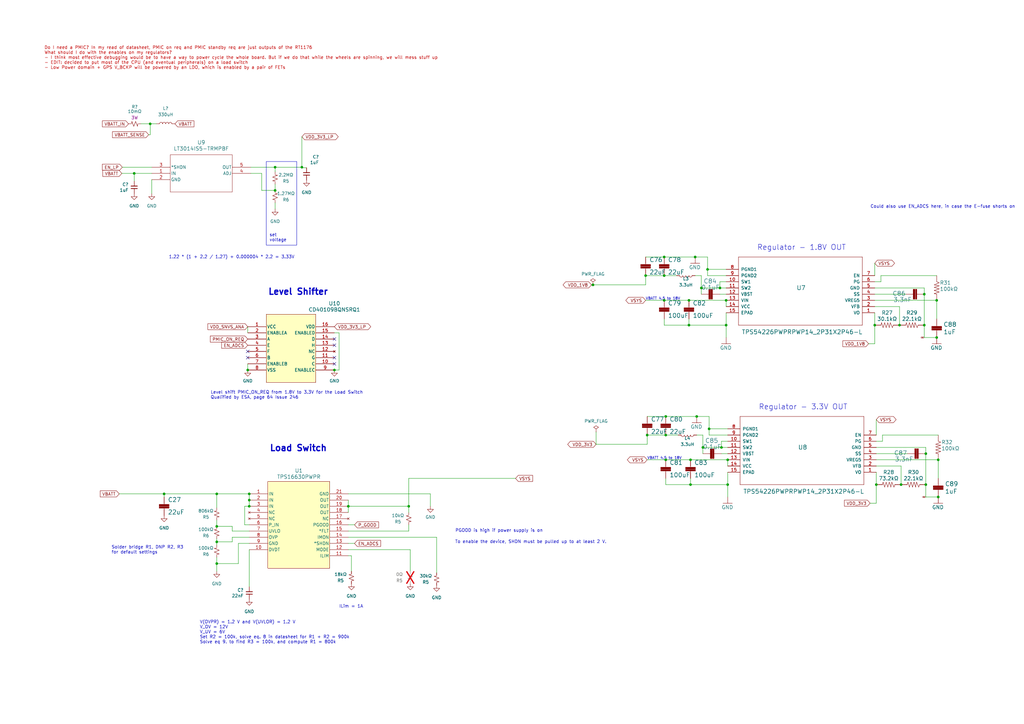
<source format=kicad_sch>
(kicad_sch (version 20230121) (generator eeschema)
  (paper "A3")
  (title_block (title "Soldermander") (date "2024-02-27") (rev "1.0") (company "Stanford Student Space Initiative") (comment 1 "RE: Flynn Dreilinger"))
  (lib_symbols
    (symbol "Device:C_Small" (pin_numbers hide) (pin_names (offset 0.254) hide)
      (property "Reference" "C" (at 0.254 1.778 0))
      (property "Value" "C_Small" (at 0.254 -2.032 0))
      (symbol "C_Small_0_1"
        (polyline (pts (xy -1.27 -0.508) (xy 1.27 -0.508)) (stroke (width 0.3302)))
        (polyline (pts (xy -1.27 0.508) (xy 1.27 0.508)) (stroke (width 0.3048)))
      )
      (symbol "C_Small_1_1"
        (pin passive line (at 0 2.54 270) (length 2.032) (name "~") (number "1"))
        (pin passive line (at 0 -2.54 90) (length 2.032) (name "~") (number "2"))
      )
    )
    (symbol "Device:L" (pin_numbers hide) (pin_names (offset 1.016) hide)
      (property "Reference" "L" (at -1.27 0 90))
      (property "Value" "L" (at 1.905 0 90))
      (symbol "L_0_1"
        (arc (start 0 -2.54) (mid 0.6323 -1.905) (end 0 -1.27))
        (arc (start 0 -1.27) (mid 0.6323 -0.635) (end 0 0))
        (arc (start 0 0) (mid 0.6323 0.635) (end 0 1.27))
        (arc (start 0 1.27) (mid 0.6323 1.905) (end 0 2.54))
      )
      (symbol "L_1_1"
        (pin passive line (at 0 3.81 270) (length 1.27) (name "1") (number "1"))
        (pin passive line (at 0 -3.81 90) (length 1.27) (name "2") (number "2"))
      )
    )
    (symbol "Device:R_Small_US" (pin_numbers hide) (pin_names (offset 0.254) hide)
      (property "Reference" "R" (at 0.762 0.508 0))
      (property "Value" "R_Small_US" (at 0.762 -1.016 0))
      (symbol "R_Small_US_1_1"
        (polyline (pts (xy 0 0) (xy 1.016 -0.381) (xy 0 -0.762) (xy -1.016 -1.143) (xy 0 -1.27)))
        (polyline (pts (xy 0 1.27) (xy 1.016 1.143) (xy 0 0.762) (xy -1.016 0.381) (xy 0 0)))
        (pin passive line (at 0 2.54 270) (length 1.016) (name "~") (number "1"))
        (pin passive line (at 0 -2.54 90) (length 1.016) (name "~") (number "2"))
      )
    )
    (symbol "adcs:CD40109BQNSRQ1" (pin_names (offset 0.254))
      (property "Reference" "U" (at 17.78 10.16 0))
      (property "Value" "CD40109BQNSRQ1" (at 17.78 7.62 0))
      (symbol "CD40109BQNSRQ1_1_1"
        (rectangle (start 7.62 5.08) (end 27.94 -22.86) (fill (type background)))
        (pin power_in line (at 0 0 0) (length 7.62) (name "VCC") (number "1"))
        (pin input line (at 35.56 -15.24 180) (length 7.62) (name "C") (number "10"))
        (pin output line (at 35.56 -12.7 180) (length 7.62) (name "G") (number "11"))
        (pin no_connect line (at 35.56 -10.16 180) (length 7.62) (name "NC") (number "12"))
        (pin output line (at 35.56 -7.62 180) (length 7.62) (name "H") (number "13"))
        (pin input line (at 35.56 -5.08 180) (length 7.62) (name "D") (number "14"))
        (pin input line (at 35.56 -2.54 180) (length 7.62) (name "ENABLED") (number "15"))
        (pin power_in line (at 35.56 0 180) (length 7.62) (name "VDD") (number "16"))
        (pin input line (at 0 -2.54 0) (length 7.62) (name "ENABLEA") (number "2"))
        (pin input line (at 0 -5.08 0) (length 7.62) (name "A") (number "3"))
        (pin output line (at 0 -7.62 0) (length 7.62) (name "E") (number "4"))
        (pin output line (at 0 -10.16 0) (length 7.62) (name "F") (number "5"))
        (pin input line (at 0 -12.7 0) (length 7.62) (name "B") (number "6"))
        (pin input line (at 0 -15.24 0) (length 7.62) (name "ENABLEB") (number "7"))
        (pin power_in line (at 0 -17.78 0) (length 7.62) (name "VSS") (number "8"))
        (pin input line (at 35.56 -17.78 180) (length 7.62) (name "ENABLEC") (number "9"))
      )
    )
    (symbol "adcs:LT3014IS5-TRMPBF" (pin_names (offset 0.254))
      (property "Reference" "U" (at 20.32 10.16 0))
      (property "Value" "LT3014IS5-TRMPBF" (at 20.32 7.62 0))
      (symbol "LT3014IS5-TRMPBF_1_1"
        (polyline (pts (xy 7.62 -10.16) (xy 33.02 -10.16)) (stroke (width 0.127)))
        (polyline (pts (xy 7.62 5.08) (xy 7.62 -10.16)) (stroke (width 0.127)))
        (polyline (pts (xy 33.02 -10.16) (xy 33.02 5.08)) (stroke (width 0.127)))
        (polyline (pts (xy 33.02 5.08) (xy 7.62 5.08)) (stroke (width 0.127)))
        (pin input line (at 0 -2.54 0) (length 7.62) (name "IN") (number "1"))
        (pin power_in line (at 0 -5.08 0) (length 7.62) (name "GND") (number "2"))
        (pin unspecified line (at 0 0 0) (length 7.62) (name "*SHDN") (number "3"))
        (pin unspecified line (at 40.64 -2.54 180) (length 7.62) (name "ADJ") (number "4"))
        (pin output line (at 40.64 0 180) (length 7.62) (name "OUT") (number "5"))
      )
    )
    (symbol "adcs:TPS16630PWPR" (pin_names (offset 0.254))
      (property "Reference" "U" (at 20.32 10.16 0))
      (property "Value" "TPS16630PWPR" (at 20.32 7.62 0))
      (symbol "TPS16630PWPR_1_1"
        (rectangle (start 7.62 5.08) (end 33.02 -30.48) (fill (type background)))
        (pin power_in line (at 0 0 0) (length 7.62) (name "IN") (number "1"))
        (pin bidirectional line (at 0 -22.86 0) (length 7.62) (name "DVDT") (number "10"))
        (pin bidirectional line (at 40.64 -25.4 180) (length 7.62) (name "ILIM") (number "11"))
        (pin input line (at 40.64 -22.86 180) (length 7.62) (name "MODE") (number "12"))
        (pin input line (at 40.64 -20.32 180) (length 7.62) (name "*SHDN") (number "13"))
        (pin output line (at 40.64 -17.78 180) (length 7.62) (name "IMON") (number "14"))
        (pin output line (at 40.64 -15.24 180) (length 7.62) (name "*FLT") (number "15"))
        (pin output line (at 40.64 -12.7 180) (length 7.62) (name "PGOOD") (number "16"))
        (pin no_connect line (at 40.64 -10.16 180) (length 7.62) (name "NC") (number "17"))
        (pin power_in line (at 40.64 -7.62 180) (length 7.62) (name "OUT") (number "18"))
        (pin power_in line (at 40.64 -5.08 180) (length 7.62) (name "OUT") (number "19"))
        (pin power_in line (at 0 -2.54 0) (length 7.62) (name "IN") (number "2"))
        (pin power_in line (at 40.64 -2.54 180) (length 7.62) (name "OUT") (number "20"))
        (pin power_out line (at 40.64 0 180) (length 7.62) (name "GND") (number "21"))
        (pin power_in line (at 0 -5.08 0) (length 7.62) (name "IN") (number "3"))
        (pin no_connect line (at 0 -7.62 0) (length 7.62) (name "NC") (number "4"))
        (pin no_connect line (at 0 -10.16 0) (length 7.62) (name "NC") (number "5"))
        (pin power_in line (at 0 -12.7 0) (length 7.62) (name "P_IN") (number "6"))
        (pin input line (at 0 -15.24 0) (length 7.62) (name "UVLO") (number "7"))
        (pin input line (at 0 -17.78 0) (length 7.62) (name "OVP") (number "8"))
        (pin power_out line (at 0 -20.32 0) (length 7.62) (name "GND") (number "9"))
      )
    )
    (symbol "mainboard:1.0UF-0603-16V-10%" (pin_names (offset 1.016))
      (property "Reference" "C" (at 1.27 2.921 0))
      (property "Value" "1.0UF-0603-16V-10%" (at 1.27 -2.159 0))
      (symbol "1.0UF-0603-16V-10%_1_0"
        (rectangle (start -2.032 0.508) (end 2.032 1.016) (fill (type outline)))
        (rectangle (start -2.032 1.27) (end 2.032 2.032) (fill (type outline)))
        (polyline (pts (xy 0 0) (xy 0 0.508)))
        (polyline (pts (xy 0 2.54) (xy 0 2.032)))
        (pin passive line (at 0 5.08 270) (length 2.54) (name "1") (number "1"))
        (pin passive line (at 0 -2.54 90) (length 2.54) (name "2") (number "2"))
      )
    )
    (symbol "mainboard:22UF-0805-6.3V-20%" (pin_names (offset 1.016))
      (property "Reference" "C" (at 1.27 2.921 0))
      (property "Value" "22UF-0805-6.3V-20%" (at 1.27 -2.159 0))
      (symbol "22UF-0805-6.3V-20%_1_0"
        (rectangle (start -2.032 0.508) (end 2.032 1.016) (fill (type outline)))
        (rectangle (start -2.032 1.27) (end 2.032 2.032) (fill (type outline)))
        (polyline (pts (xy 0 0) (xy 0 0.508)))
        (polyline (pts (xy 0 2.54) (xy 0 2.032)))
        (pin passive line (at 0 5.08 270) (length 2.54) (name "1") (number "1"))
        (pin passive line (at 0 -2.54 90) (length 2.54) (name "2") (number "2"))
      )
    )
    (symbol "mainboard:22UF-1210-16V-20%" (pin_names (offset 1.016))
      (property "Reference" "C" (at 1.27 2.921 0))
      (property "Value" "22UF-1210-16V-20%" (at 1.27 -2.159 0))
      (symbol "22UF-1210-16V-20%_1_0"
        (rectangle (start -2.032 0.508) (end 2.032 1.016) (fill (type outline)))
        (rectangle (start -2.032 1.27) (end 2.032 2.032) (fill (type outline)))
        (polyline (pts (xy 0 0) (xy 0 0.508)))
        (polyline (pts (xy 0 2.54) (xy 0 2.032)))
        (pin passive line (at 0 5.08 270) (length 2.54) (name "1") (number "1"))
        (pin passive line (at 0 -2.54 90) (length 2.54) (name "2") (number "2"))
      )
    )
    (symbol "mainboard:3.3NF-0603-100V-10%" (pin_names (offset 1.016))
      (property "Reference" "C" (at 1.27 2.921 0))
      (property "Value" "3.3NF-0603-100V-10%" (at 1.27 -2.159 0))
      (symbol "3.3NF-0603-100V-10%_1_0"
        (rectangle (start -2.032 0.508) (end 2.032 1.016) (fill (type outline)))
        (rectangle (start -2.032 1.27) (end 2.032 2.032) (fill (type outline)))
        (polyline (pts (xy 0 0) (xy 0 0.508)))
        (polyline (pts (xy 0 2.54) (xy 0 2.032)))
        (pin passive line (at 0 5.08 270) (length 2.54) (name "1") (number "1"))
        (pin passive line (at 0 -2.54 90) (length 2.54) (name "2") (number "2"))
      )
    )
    (symbol "mainboard:GND" (power) (pin_names (offset 1.016))
      (property "Value" "GND" (at -2.54 -2.54 0))
      (symbol "GND_1_0"
        (polyline (pts (xy -1.905 0) (xy 1.905 0)))
        (pin power_in line (at 0 2.54 270) (length 2.54) (name "GND") (number "1"))
      )
    )
    (symbol "mainboard:R-US_R0603" (pin_names (offset 1.016))
      (property "Reference" "R" (at -3.81 1.4986 0))
      (property "Value" "R-US_R0603" (at -3.81 -3.302 0))
      (symbol "R-US_R0603_1_0"
        (polyline (pts (xy -2.54 0) (xy -2.159 1.016)))
        (polyline (pts (xy -2.159 1.016) (xy -1.27 -1.016)))
        (polyline (pts (xy -1.27 -1.016) (xy -0.889 1.016)))
        (polyline (pts (xy -0.889 1.016) (xy -0.254 -1.016)))
        (polyline (pts (xy -0.254 -1.016) (xy 0.381 1.016)))
        (polyline (pts (xy 0.381 1.016) (xy 1.016 -1.016)))
        (polyline (pts (xy 1.016 -1.016) (xy 1.651 1.016)))
        (polyline (pts (xy 1.651 1.016) (xy 2.286 -1.016)))
        (polyline (pts (xy 2.286 -1.016) (xy 2.54 0)))
        (pin passive line (at -5.08 0 0) (length 2.54) (name "1") (number "1"))
        (pin passive line (at 5.08 0 180) (length 2.54) (name "2") (number "2"))
      )
    )
    (symbol "mainboard:TPS54226PWPRPWP14_2P31X2P46-L" (pin_names (offset 1.016))
      (property "Reference" "U" (at 28.2956 9.1186 0))
      (property "Value" "TPS54226PWPRPWP14_2P31X2P46-L" (at 27.6606 6.5786 0))
      (symbol "TPS54226PWPRPWP14_2P31X2P46-L_1_0"
        (polyline (pts (xy 7.62 -22.86) (xy 58.42 -22.86)))
        (polyline (pts (xy 7.62 5.08) (xy 7.62 -22.86)))
        (polyline (pts (xy 58.42 -22.86) (xy 58.42 5.08)))
        (polyline (pts (xy 58.42 5.08) (xy 7.62 5.08)))
        (pin output line (at 2.54 0 0) (length 5.08) (name "VO") (number "1"))
        (pin passive line (at 63.5 -12.7 180) (length 5.08) (name "SW1") (number "10"))
        (pin passive line (at 63.5 -10.16 180) (length 5.08) (name "SW2") (number "11"))
        (pin input line (at 63.5 -7.62 180) (length 5.08) (name "VBST") (number "12"))
        (pin input line (at 63.5 -5.08 180) (length 5.08) (name "VIN") (number "13"))
        (pin input line (at 63.5 -2.54 180) (length 5.08) (name "VCC") (number "14"))
        (pin passive line (at 63.5 0 180) (length 5.08) (name "EPAD") (number "15"))
        (pin input line (at 2.54 -2.54 0) (length 5.08) (name "VFB") (number "2"))
        (pin output line (at 2.54 -5.08 0) (length 5.08) (name "VREG5") (number "3"))
        (pin passive line (at 2.54 -7.62 0) (length 5.08) (name "SS") (number "4"))
        (pin power_in line (at 2.54 -10.16 0) (length 5.08) (name "GND") (number "5"))
        (pin output line (at 2.54 -12.7 0) (length 5.08) (name "PG") (number "6"))
        (pin input line (at 2.54 -15.24 0) (length 5.08) (name "EN") (number "7"))
        (pin power_in line (at 63.5 -17.78 180) (length 5.08) (name "PGND1") (number "8"))
        (pin power_in line (at 63.5 -15.24 180) (length 5.08) (name "PGND2") (number "9"))
      )
    )
    (symbol "power:GND" (power) (pin_names (offset 0))
      (property "Value" "GND" (at 0 -3.81 0))
      (symbol "GND_0_1"
        (polyline (pts (xy 0 0) (xy 0 -1.27) (xy 1.27 -1.27) (xy 0 -2.54) (xy -1.27 -1.27) (xy 0 -1.27)))
      )
      (symbol "GND_1_1"
        (pin power_in line (at 0 0 270) (length 0) hide (name "GND") (number "1"))
      )
    )
    (symbol "power:PWR_FLAG" (power) (pin_numbers hide) (pin_names (offset 0) hide)
      (property "Value" "PWR_FLAG" (at 0 3.81 0))
      (symbol "PWR_FLAG_0_0"
        (pin power_out line (at 0 0 90) (length 0) (name "pwr") (number "1"))
      )
      (symbol "PWR_FLAG_0_1"
        (polyline (pts (xy 0 0) (xy 0 1.27) (xy -1.016 1.905) (xy 0 2.54) (xy 1.016 1.905) (xy 0 1.27)))
      )
    )
  )
  (junction (at 88.9 222.25))
  (junction (at 167.64 207.645))
  (junction (at 282.575 123.19))
  (junction (at 243.205 116.84))
  (junction (at 384.175 123.19))
  (junction (at 290.83 175.895))
  (junction (at 379.095 120.65))
  (junction (at 55.0418 71.12))
  (junction (at 272.415 113.03))
  (junction (at 61.595 50.8))
  (junction (at 369.57 198.755))
  (junction (at 273.05 188.595))
  (junction (at 379.73 198.755))
  (junction (at 264.795 113.03))
  (junction (at 288.29 183.515))
  (junction (at 282.575 133.35))
  (junction (at 384.81 203.835))
  (junction (at 137.16 151.765))
  (junction (at 102.235 207.645))
  (junction (at 102.235 202.565))
  (junction (at 298.45 198.755))
  (junction (at 112.8268 78.105))
  (junction (at 272.415 105.41))
  (junction (at 297.815 133.35))
  (junction (at 297.815 123.19))
  (junction (at 285.75 170.815))
  (junction (at 265.43 178.435))
  (junction (at 283.21 198.755))
  (junction (at 142.875 207.645))
  (junction (at 359.41 198.755))
  (junction (at 283.21 188.595))
  (junction (at 295.91 183.515))
  (junction (at 368.935 133.35))
  (junction (at 88.9 231.14))
  (junction (at 273.05 178.435))
  (junction (at 272.415 123.19))
  (junction (at 88.9 215.9))
  (junction (at 287.655 118.11))
  (junction (at 88.9 202.565))
  (junction (at 379.73 186.055))
  (junction (at 358.775 133.35))
  (junction (at 379.095 133.35))
  (junction (at 123.825 68.58))
  (junction (at 285.115 105.41))
  (junction (at 290.195 110.49))
  (junction (at 298.45 188.595))
  (junction (at 384.175 138.43))
  (junction (at 67.31 202.565))
  (junction (at 101.6 151.765))
  (junction (at 112.8268 68.58))
  (junction (at 102.235 205.105))
  (junction (at 384.81 188.595))
  (junction (at 295.275 118.11))
  (junction (at 273.05 170.815))
  (no_connect (at 137.16 146.685))
  (no_connect (at 137.16 149.225))
  (no_connect (at 137.16 139.065))
  (no_connect (at 101.6 146.685))
  (no_connect (at 137.16 141.605))
  (no_connect (at 101.6 144.145))
  (wire (pts (xy 361.315 113.03) (xy 361.315 115.57)))
  (wire (pts (xy 102.235 202.565) (xy 102.235 205.105)))
  (wire (pts (xy 285.75 178.435) (xy 288.29 178.435)))
  (wire (pts (xy 62.23 73.66) (xy 62.23 79.375)))
  (wire (pts (xy 112.8268 68.58) (xy 112.8268 70.485)))
  (wire (pts (xy 283.21 188.595) (xy 298.45 188.595)))
  (wire (pts (xy 176.53 202.565) (xy 176.53 207.645)))
  (wire (pts (xy 88.9 231.14) (xy 88.9 228.6)))
  (wire (pts (xy 282.575 123.19) (xy 297.815 123.19)))
  (wire (pts (xy 298.45 193.675) (xy 298.45 198.755)))
  (wire (pts (xy 298.45 198.755) (xy 298.45 203.835)))
  (wire (pts (xy 49.9618 71.12) (xy 55.0418 71.12)))
  (wire (pts (xy 88.9 220.98) (xy 88.9 222.25)))
  (wire (pts (xy 273.05 188.595) (xy 283.21 188.595)))
  (wire (pts (xy 179.07 220.345) (xy 179.07 234.95)))
  (wire (pts (xy 285.115 113.03) (xy 287.655 113.03)))
  (wire (pts (xy 102.87 71.12) (xy 107.315 71.12)))
  (wire (pts (xy 379.095 118.11) (xy 379.095 120.65)))
  (wire (pts (xy 243.205 116.84) (xy 264.795 116.84)))
  (wire (pts (xy 142.875 222.885) (xy 145.415 222.885)))
  (wire (pts (xy 112.8268 83.185) (xy 112.8268 85.725)))
  (wire (pts (xy 379.095 138.43) (xy 384.175 138.43)))
  (wire (pts (xy 48.895 202.565) (xy 67.31 202.565)))
  (wire (pts (xy 283.21 198.755) (xy 283.21 196.215)))
  (wire (pts (xy 88.9 215.9) (xy 95.25 215.9)))
  (wire (pts (xy 273.05 198.755) (xy 273.05 196.215)))
  (wire (pts (xy 67.31 202.565) (xy 88.9 202.565)))
  (wire (pts (xy 272.415 133.35) (xy 272.415 130.81)))
  (wire (pts (xy 88.9 231.14) (xy 97.79 231.14)))
  (wire (pts (xy 295.91 183.515) (xy 288.29 183.515)))
  (wire (pts (xy 142.875 217.805) (xy 167.64 217.805)))
  (wire (pts (xy 384.175 123.19) (xy 384.175 130.81)))
  (wire (pts (xy 297.815 125.73) (xy 297.815 123.19)))
  (wire (pts (xy 358.775 133.35) (xy 358.775 140.97)))
  (wire (pts (xy 95.25 222.25) (xy 88.9 222.25)))
  (wire (pts (xy 295.275 118.11) (xy 287.655 118.11)))
  (wire (pts (xy 273.05 188.595) (xy 265.43 188.595)))
  (wire (pts (xy 55.0418 71.12) (xy 62.23 71.12)))
  (wire (pts (xy 285.115 105.41) (xy 290.195 105.41)))
  (wire (pts (xy 264.795 116.84) (xy 264.795 113.03)))
  (wire (pts (xy 295.275 118.11) (xy 295.275 115.57)))
  (wire (pts (xy 88.9 202.565) (xy 88.9 208.28)))
  (wire (pts (xy 298.45 186.055) (xy 295.91 186.055)))
  (wire (pts (xy 379.095 138.43) (xy 379.095 133.35)))
  (wire (pts (xy 290.195 110.49) (xy 290.195 113.03)))
  (wire (pts (xy 100.33 215.265) (xy 102.235 215.265)))
  (wire (pts (xy 297.815 128.27) (xy 297.815 133.35)))
  (wire (pts (xy 359.41 206.375) (xy 356.87 206.375)))
  (wire (pts (xy 102.235 225.425) (xy 102.235 240.665)))
  (wire (pts (xy 287.655 120.65) (xy 287.655 118.11)))
  (wire (pts (xy 358.775 125.73) (xy 368.935 125.73)))
  (wire (pts (xy 88.9 222.25) (xy 88.9 223.52)))
  (wire (pts (xy 272.415 113.03) (xy 277.495 113.03)))
  (wire (pts (xy 285.75 170.815) (xy 290.83 170.815)))
  (wire (pts (xy 288.29 186.055) (xy 288.29 183.515)))
  (wire (pts (xy 264.795 105.41) (xy 272.415 105.41)))
  (wire (pts (xy 272.415 123.19) (xy 282.575 123.19)))
  (wire (pts (xy 243.205 116.84) (xy 242.57 116.84)))
  (wire (pts (xy 379.73 186.055) (xy 379.73 198.755)))
  (wire (pts (xy 290.83 175.895) (xy 290.83 178.435)))
  (wire (pts (xy 358.775 107.95) (xy 358.775 113.03)))
  (wire (pts (xy 282.575 133.35) (xy 282.575 130.81)))
  (wire (pts (xy 379.73 203.835) (xy 379.73 198.755)))
  (wire (pts (xy 61.595 55.245) (xy 61.595 50.8)))
  (wire (pts (xy 97.79 222.885) (xy 102.235 222.885)))
  (wire (pts (xy 359.41 198.755) (xy 359.41 206.375)))
  (wire (pts (xy 244.475 182.245) (xy 244.475 177.165)))
  (wire (pts (xy 107.315 78.105) (xy 112.8268 78.105)))
  (wire (pts (xy 142.875 202.565) (xy 176.53 202.565)))
  (wire (pts (xy 384.81 178.435) (xy 361.95 178.435)))
  (wire (pts (xy 369.57 191.135) (xy 369.57 198.755)))
  (wire (pts (xy 298.45 191.135) (xy 298.45 188.595)))
  (wire (pts (xy 88.9 202.565) (xy 102.235 202.565)))
  (wire (pts (xy 168.275 225.425) (xy 168.275 234.315)))
  (wire (pts (xy 112.8268 75.565) (xy 112.8268 78.105)))
  (wire (pts (xy 142.875 225.425) (xy 168.275 225.425)))
  (wire (pts (xy 107.315 71.12) (xy 107.315 78.105)))
  (wire (pts (xy 361.315 115.57) (xy 358.775 115.57)))
  (wire (pts (xy 102.235 205.105) (xy 102.235 207.645)))
  (wire (pts (xy 137.16 136.525) (xy 139.065 136.525)))
  (wire (pts (xy 288.29 183.515) (xy 288.29 178.435)))
  (wire (pts (xy 379.095 120.65) (xy 379.095 133.35)))
  (wire (pts (xy 273.05 170.815) (xy 285.75 170.815)))
  (wire (pts (xy 142.875 220.345) (xy 179.07 220.345)))
  (wire (pts (xy 272.415 105.41) (xy 285.115 105.41)))
  (wire (pts (xy 142.875 227.965) (xy 144.145 227.965)))
  (wire (pts (xy 297.815 115.57) (xy 295.275 115.57)))
  (wire (pts (xy 358.775 128.27) (xy 358.775 133.35)))
  (wire (pts (xy 359.41 172.085) (xy 359.41 178.435)))
  (wire (pts (xy 167.64 217.805) (xy 167.64 215.265)))
  (wire (pts (xy 167.64 196.215) (xy 211.455 196.215)))
  (wire (pts (xy 60.96 55.245) (xy 61.595 55.245)))
  (wire (pts (xy 272.415 133.35) (xy 282.575 133.35)))
  (wire (pts (xy 142.875 215.265) (xy 145.415 215.265)))
  (wire (pts (xy 358.775 118.11) (xy 379.095 118.11)))
  (wire (pts (xy 95.25 220.345) (xy 95.25 222.25)))
  (wire (pts (xy 384.175 113.03) (xy 361.315 113.03)))
  (wire (pts (xy 273.05 178.435) (xy 278.13 178.435)))
  (wire (pts (xy 88.9 234.315) (xy 88.9 231.14)))
  (wire (pts (xy 167.64 210.185) (xy 167.64 207.645)))
  (wire (pts (xy 359.41 186.055) (xy 372.11 186.055)))
  (wire (pts (xy 297.815 133.35) (xy 297.815 138.43)))
  (wire (pts (xy 100.33 207.645) (xy 100.33 215.265)))
  (wire (pts (xy 97.79 231.14) (xy 97.79 222.885)))
  (wire (pts (xy 290.195 113.03) (xy 297.815 113.03)))
  (wire (pts (xy 102.87 68.58) (xy 112.8268 68.58)))
  (wire (pts (xy 297.815 118.11) (xy 295.275 118.11)))
  (wire (pts (xy 55.0418 71.12) (xy 55.0418 74.295)))
  (wire (pts (xy 142.875 205.105) (xy 142.875 207.645)))
  (wire (pts (xy 358.775 120.65) (xy 371.475 120.65)))
  (wire (pts (xy 61.595 50.8) (xy 64.135 50.8)))
  (wire (pts (xy 123.825 68.58) (xy 123.825 68.7832)))
  (wire (pts (xy 298.45 183.515) (xy 295.91 183.515)))
  (wire (pts (xy 244.475 182.245) (xy 265.43 182.245)))
  (wire (pts (xy 282.575 133.35) (xy 297.815 133.35)))
  (wire (pts (xy 297.815 110.49) (xy 290.195 110.49)))
  (wire (pts (xy 167.64 196.215) (xy 167.64 207.645)))
  (wire (pts (xy 101.6 149.225) (xy 101.6 151.765)))
  (wire (pts (xy 298.45 180.975) (xy 295.91 180.975)))
  (wire (pts (xy 102.235 220.345) (xy 95.25 220.345)))
  (wire (pts (xy 265.43 182.245) (xy 265.43 178.435)))
  (wire (pts (xy 272.415 123.19) (xy 264.795 123.19)))
  (wire (pts (xy 95.25 217.805) (xy 102.235 217.805)))
  (wire (pts (xy 361.95 180.975) (xy 359.41 180.975)))
  (wire (pts (xy 361.95 178.435) (xy 361.95 180.975)))
  (wire (pts (xy 144.145 227.965) (xy 144.145 234.315)))
  (wire (pts (xy 57.785 50.8) (xy 61.595 50.8)))
  (wire (pts (xy 298.45 175.895) (xy 290.83 175.895)))
  (wire (pts (xy 101.6 133.985) (xy 101.6 136.525)))
  (wire (pts (xy 290.195 105.41) (xy 290.195 110.49)))
  (wire (pts (xy 290.83 170.815) (xy 290.83 175.895)))
  (wire (pts (xy 67.31 203.835) (xy 67.31 202.565)))
  (wire (pts (xy 379.73 203.835) (xy 384.81 203.835)))
  (wire (pts (xy 142.875 207.645) (xy 142.875 210.185)))
  (wire (pts (xy 167.64 207.645) (xy 142.875 207.645)))
  (wire (pts (xy 379.73 183.515) (xy 379.73 186.055)))
  (wire (pts (xy 273.05 198.755) (xy 283.21 198.755)))
  (wire (pts (xy 384.81 188.595) (xy 384.81 196.215)))
  (wire (pts (xy 112.8268 68.58) (xy 123.825 68.58)))
  (wire (pts (xy 297.815 120.65) (xy 295.275 120.65)))
  (wire (pts (xy 50.165 68.58) (xy 62.23 68.58)))
  (wire (pts (xy 123.825 56.0832) (xy 123.825 68.58)))
  (wire (pts (xy 359.41 183.515) (xy 379.73 183.515)))
  (wire (pts (xy 290.83 178.435) (xy 298.45 178.435)))
  (wire (pts (xy 359.41 193.675) (xy 359.41 198.755)))
  (wire (pts (xy 287.655 118.11) (xy 287.655 113.03)))
  (wire (pts (xy 139.065 151.765) (xy 137.16 151.765)))
  (wire (pts (xy 88.9 213.36) (xy 88.9 215.9)))
  (wire (pts (xy 283.21 198.755) (xy 298.45 198.755)))
  (wire (pts (xy 359.41 188.595) (xy 384.81 188.595)))
  (wire (pts (xy 95.25 215.9) (xy 95.25 217.805)))
  (wire (pts (xy 102.235 207.645) (xy 100.33 207.645)))
  (wire (pts (xy 265.43 170.815) (xy 273.05 170.815)))
  (wire (pts (xy 368.935 125.73) (xy 368.935 133.35)))
  (wire (pts (xy 139.065 136.525) (xy 139.065 151.765)))
  (wire (pts (xy 295.91 183.515) (xy 295.91 180.975)))
  (wire (pts (xy 358.775 123.19) (xy 384.175 123.19)))
  (wire (pts (xy 359.41 191.135) (xy 369.57 191.135)))
  (wire (pts (xy 265.43 178.435) (xy 273.05 178.435)))
  (wire (pts (xy 123.825 68.7832) (xy 125.73 68.7832)))
  (wire (pts (xy 358.775 140.97) (xy 356.235 140.97)))
  (wire (pts (xy 264.795 113.03) (xy 272.415 113.03)))
  (rectangle (start 109.22 66.2432) (end 121.7168 100.5332))
  (text "ILim = 1A" (at 139.065 249.555 0) (effects (font (size 1.27 1.27)) (justify left bottom)))
  (text "Regulator - 1.8V OUT" (at 310.515 102.87 0) (effects (font (size 2.159 2.159)) (justify left bottom)))
  (text "Level shift PMIC_ON_REQ from 1.8V to 3.3V for the Load Switch \nQualified by ESA, page 64 Issue 246" (at 86.36 163.83 0) (effects (font (size 1.27 1.27)) (justify left bottom)))
  (text "set\nvoltage\n" (at 110.49 99.2632 0) (effects (font (size 1.27 1.27)) (justify left bottom)))
  (text "VBATT 4.5 to 18V" (at 265.43 188.595 0) (effects (font (size 1.0668 1.0668)) (justify left bottom)))
  (text "1.22 * (1 + 2.2 / 1.27) + 0.000004 * 2.2 = 3.33V" (at 69.215 106.2482 0) (effects (font (size 1.27 1.27)) (justify left bottom)))
  (text "V(OVPR) = 1.2 V and V(UVLOR) = 1.2 V\nV_OV = 12V\nV_UV = 6V\nSet R2 = 100k, solve eq. 8 in datasheet for R1 + R2 = 900k\nSolve eq 9. to find R3 = 100k, and compute R1 = 800k" (at 81.915 264.16 0) (effects (font (size 1.27 1.27)) (justify left bottom)))
  (text "Could also use EN_ADCS here, in case the E-fuse shorts on" (at 356.9462 85.5472 0) (effects (font (size 1.27 1.27)) (justify left bottom)))
  (text "Solder bridge R1, DNP R2, R3 \nfor default settings" (at 45.72 227.33 0) (effects (font (size 1.27 1.27)) (justify left bottom)))
  (text "Level Shifter" (at 109.855 121.285 0) (effects (font (size 2.54 2.54) (thickness 0.508) bold) (justify left bottom)))
  (text "Regulator - 3.3V OUT" (at 311.15 168.275 0) (effects (font (size 2.159 2.159)) (justify left bottom)))
  (text "To enable the device, SHDN must be pulled up to at least 2 V." (at 186.6138 223.0628 0) (effects (font (size 1.27 1.27)) (justify left bottom)))
  (text "Load Switch" (at 110.49 185.42 0) (effects (font (size 2.54 2.54) (thickness 0.508) bold) (justify left bottom)))
  (text "VBATT 4.5 to 18V" (at 264.795 123.19 0) (effects (font (size 1.0668 1.0668)) (justify left bottom)))
  (text "Do I need a PMIC? In my read of datasheet, PMIC on req and PMIC standby req are just outputs of the RT1176\nWhat should I do with the enables on my regulators?\n- I think most effective debugging would be to have a way to power cycle the whole board. But if we do that while the wheels are spinning, we will mess stuff up\n- EDIT: decided to put most of the CPU (and eventual peripherals) on a load switch\n- Low Power domain + GPS V_BCKP will be powered by an LDO, which is enabled by a pair of FETs" (at 18.161 28.575 0) (effects (font (size 1.27 1.27)) (justify left bottom)))
  (text "PGOOD is high if power supply is on" (at 186.69 218.44 0) (effects (font (size 1.27 1.27)) (justify left bottom)))
  (global_label "VSYS" (shape input) (at 211.455 196.215 0) (property "Intersheetrefs" "${INTERSHEET_REFS}" (effects hide)))
  (global_label "VBATT" (shape input) (at 48.895 202.565 180) (property "Intersheetrefs" "${INTERSHEET_REFS}" (effects hide)))
  (global_label "VSYS" (shape bidirectional) (at 358.775 107.95 0) (property "Intersheetrefs" "${INTERSHEET_REFS}" (effects hide)))
  (global_label "VDD_SNVS_ANA" (shape input) (at 101.6 133.985 180) (property "Intersheetrefs" "${INTERSHEET_REFS}" (effects hide)))
  (global_label "VBATT" (shape input) (at 71.755 50.8 0) (property "Intersheetrefs" "${INTERSHEET_REFS}" (effects hide)))
  (global_label "VSYS" (shape bidirectional) (at 264.795 123.19 180) (property "Intersheetrefs" "${INTERSHEET_REFS}" (effects hide)))
  (global_label "GND" (shape bidirectional) (at 379.095 138.43 180) (effects (font (size 0.254 0.254))) (property "Intersheetrefs" "${INTERSHEET_REFS}" (effects hide)))
  (global_label "VSYS" (shape bidirectional) (at 265.43 188.595 180) (property "Intersheetrefs" "${INTERSHEET_REFS}" (effects hide)))
  (global_label "P_GOOD" (shape input) (at 145.415 215.265 0) (property "Intersheetrefs" "${INTERSHEET_REFS}" (effects hide)))
  (global_label "VDD_1V8" (shape bidirectional) (at 242.57 116.84 180) (property "Intersheetrefs" "${INTERSHEET_REFS}" (effects hide)))
  (global_label "EN_LP" (shape input) (at 50.165 68.58 180) (property "Intersheetrefs" "${INTERSHEET_REFS}" (effects hide)))
  (global_label "VDD_3V3_LP" (shape bidirectional) (at 137.16 133.985 0) (property "Intersheetrefs" "${INTERSHEET_REFS}" (effects hide)))
  (global_label "GND" (shape bidirectional) (at 379.73 203.835 180) (effects (font (size 0.254 0.254))) (property "Intersheetrefs" "${INTERSHEET_REFS}" (effects hide)))
  (global_label "PMIC_ON_REQ" (shape input) (at 101.6 139.065 180) (property "Intersheetrefs" "${INTERSHEET_REFS}" (effects hide)))
  (global_label "VDD_3V3" (shape bidirectional) (at 244.475 182.245 180) (property "Intersheetrefs" "${INTERSHEET_REFS}" (effects hide)))
  (global_label "VDD_3V3_LP" (shape bidirectional) (at 123.825 56.0832 0) (property "Intersheetrefs" "${INTERSHEET_REFS}" (effects hide)))
  (global_label "VSYS" (shape bidirectional) (at 359.41 172.085 0) (property "Intersheetrefs" "${INTERSHEET_REFS}" (effects hide)))
  (global_label "VBATT_SENSE" (shape input) (at 60.96 55.245 180) (property "Intersheetrefs" "${INTERSHEET_REFS}" (effects hide)))
  (global_label "VBATT" (shape input) (at 49.9618 71.12 180) (property "Intersheetrefs" "${INTERSHEET_REFS}" (effects hide)))
  (global_label "VBATT_IN" (shape input) (at 52.705 50.8 180) (property "Intersheetrefs" "${INTERSHEET_REFS}" (effects hide)))
  (global_label "VDD_3V3" (shape input) (at 356.87 206.375 180) (property "Intersheetrefs" "${INTERSHEET_REFS}" (effects hide)))
  (global_label "EN_ADCS" (shape input) (at 101.6 141.605 180) (property "Intersheetrefs" "${INTERSHEET_REFS}" (effects hide)))
  (global_label "VDD_1V8" (shape input) (at 356.235 140.97 180) (property "Intersheetrefs" "${INTERSHEET_REFS}" (effects hide)))
  (global_label "EN_ADCS" (shape input) (at 145.415 222.885 0) (property "Intersheetrefs" "${INTERSHEET_REFS}" (effects hide)))
  (symbol (lib_id "mainboard:1.0UF-0603-16V-10%") (at 292.735 120.65 90) (unit 1)
    (property "Reference" "C84" (at 294.005 114.3 90) (effects (font (size 1.778 1.778)) (justify left bottom)))
    (property "Value" "0.1uF" (at 295.275 116.84 90) (effects (font (size 1.778 1.778)) (justify left bottom)))
    (property "Footprint" "adcs:Perfect_0402" (effects hide))
    (property "Footprint (for JLCPCB)" "0402" (effects hide))
    (property "Voltage Rating" "50V" (effects hide))
    (instances (project "cpu_board" (path "" (reference "C84") (unit 1))) (project "mainboard" (path "" (reference "C?") (unit 1))))
  )
  (symbol (lib_id "power:GND") (at 137.16 151.765 0) (unit 1)
    (property "Reference" "#PWR028" (effects hide))
    (property "Value" "GND" (at 137.16 156.21 0))
  )
  (symbol (lib_id "mainboard:GND") (at 297.815 140.97 0) (unit 1)
    (property "Reference" "#GND04" (effects hide))
    (property "Value" "GND" (at 295.275 143.51 0) (effects (font (size 1.4986 1.4986)) (justify left bottom)))
    (instances (project "cpu_board" (path "" (reference "#GND04") (unit 1))) (project "mainboard" (path "" (reference "#GND?") (unit 1))))
  )
  (symbol (lib_id "mainboard:1.0UF-0603-16V-10%") (at 384.81 201.295 0) (unit 1)
    (property "Reference" "C89" (at 387.5532 198.4756 0) (effects (font (size 1.778 1.778)) (justify left)))
    (property "Value" "1uF" (at 387.5532 201.549 0) (effects (font (size 1.778 1.778)) (justify left)))
    (property "Footprint" "adcs:Perfect_0402" (effects hide))
    (property "Footprint (for JLCPCB)" "0402" (effects hide))
    (property "Voltage Rating" "50V" (effects hide))
    (instances (project "cpu_board" (path "" (reference "C89") (unit 1))) (project "mainboard" (path "" (reference "C?") (unit 1))))
  )
  (symbol (lib_id "Device:C_Small") (at 55.0418 76.835 180) (unit 1)
    (property "Reference" "C?" (at 52.7304 75.6666 0) (effects (justify left)))
    (property "Value" "1uF" (at 52.7304 77.978 0) (effects (justify left)))
    (property "Footprint" "adcs:Perfect_0402" (effects hide))
    (property "Footprint (for JLCPCB)" "0402" (effects hide))
    (property "Voltage Rating" "50V" (effects hide))
    (instances (project "Power" (path "" (reference "C?") (unit 1))) (project "cpu_board" (path "" (reference "C1") (unit 1)) (path "" (reference "C1") (unit 1))))
  )
  (symbol (lib_id "Device:R_Small_US") (at 144.145 236.855 0) (mirror x) (unit 1)
    (property "Reference" "R5" (at 139.7 238.125 0))
    (property "Value" "18kΩ" (at 139.7 235.585 0))
    (property "Footprint" "adcs:Perfect_0402" (effects hide))
    (property "Footprint (for JLCPCB)" "0402" (effects hide))
    (instances (project "cpu_board" (path "" (reference "R5") (unit 1)) (path "" (reference "R35") (unit 1))))
  )
  (symbol (lib_id "power:GND") (at 125.73 73.8632 0) (unit 1)
    (property "Reference" "#PWR05" (effects hide))
    (property "Value" "GND" (at 125.73 78.9432 0))
  )
  (symbol (lib_id "Device:R_Small_US") (at 179.07 237.49 0) (mirror x) (unit 1)
    (property "Reference" "R5" (at 174.625 238.76 0))
    (property "Value" "30kΩ" (at 174.625 236.22 0))
    (property "Footprint" "adcs:Perfect_0402" (effects hide))
    (property "Footprint (for JLCPCB)" "0402" (effects hide))
    (instances (project "cpu_board" (path "" (reference "R5") (unit 1)) (path "" (reference "R34") (unit 1))))
  )
  (symbol (lib_id "mainboard:GND") (at 384.81 206.375 0) (unit 1)
    (property "Reference" "#GND07" (effects hide))
    (property "Value" "GND" (at 382.27 208.915 0) (effects (font (size 1.4986 1.4986)) (justify left bottom)))
    (instances (project "cpu_board" (path "" (reference "#GND07") (unit 1))) (project "mainboard" (path "" (reference "#GND?") (unit 1))))
  )
  (symbol (lib_id "Device:C_Small") (at 125.73 71.3232 180) (unit 1)
    (property "Reference" "C?" (at 130.81 64.3382 0) (effects (justify left)))
    (property "Value" "1uF" (at 130.81 66.6496 0) (effects (justify left)))
    (property "Footprint" "adcs:Perfect_0402" (effects hide))
    (property "Footprint (for JLCPCB)" "0402" (effects hide))
    (property "Voltage Rating" "50V" (effects hide))
    (instances (project "Power" (path "" (reference "C?") (unit 1))) (project "cpu_board" (path "" (reference "C2") (unit 1)) (path "" (reference "C2") (unit 1))))
  )
  (symbol (lib_id "Device:L") (at 67.945 50.8 90) (unit 1)
    (property "Reference" "L?" (at 67.945 44.45 90))
    (property "Value" "330uH" (at 67.945 46.99 90))
    (property "Footprint" "adcs:IND_SRN6045TA-331K" (effects hide))
    (property "Manufacturer_Name" "Bourns" (effects hide))
    (property "Unit Price" "0.54" (effects hide))
    (property "Flight" "SRN6045TA-331K" (effects hide))
    (property "Description" "Inductor" (effects hide))
    (property "JLCPCB P/N" "C2049953" (effects hide))
    (instances (project "adcs-hardware" (path "" (reference "L?") (unit 1))) (project "cpu_board" (path "" (reference "L5") (unit 1)) (path "" (reference "L1") (unit 1))))
  )
  (symbol (lib_id "Device:R_Small_US") (at 88.9 218.44 0) (mirror x) (unit 1)
    (property "Reference" "R6" (at 84.455 219.71 0))
    (property "Value" "100kΩ" (at 84.455 217.17 0))
    (property "Footprint" "adcs:Perfect_0402" (effects hide))
    (property "Footprint (for JLCPCB)" "0402" (effects hide))
    (instances (project "cpu_board" (path "" (reference "R6") (unit 1)) (path "" (reference "R15") (unit 1))))
  )
  (symbol (lib_id "mainboard:22UF-1210-16V-20%") (at 283.21 193.675 0) (unit 1)
    (property "Reference" "C83" (at 284.734 190.754 0) (effects (font (size 1.778 1.778)) (justify left bottom)))
    (property "Value" "100uF" (at 284.734 195.834 0) (effects (font (size 1.778 1.778)) (justify left bottom)))
    (property "Footprint" "Capacitor_SMD:C_1210_3225Metric" (effects hide))
    (property "Description" "100uF 16V X5R 1210" (effects hide))
    (property "Footprint (for JLCPCB)" "1210" (effects hide))
    (property "Voltage Rating" "50V" (effects hide))
    (instances (project "cpu_board" (path "" (reference "C83") (unit 1))) (project "mainboard" (path "" (reference "C?") (unit 1))))
  )
  (symbol (lib_id "mainboard:R-US_R0603") (at 374.65 198.755 180) (unit 1)
    (property "Reference" "R30" (at 374.65 193.675 0) (effects (font (size 1.4986 1.4986))))
    (property "Value" "22.1kΩ" (at 374.65 196.215 0) (effects (font (size 1.4986 1.4986))))
    (property "Footprint" "adcs:Perfect_0402" (effects hide))
    (property "Description" "22.1K 0402" (effects hide))
    (property "Footprint (for JLCPCB)" "0402" (effects hide))
    (instances (project "cpu_board" (path "" (reference "R30") (unit 1))) (project "mainboard" (path "" (reference "R?") (unit 1))))
  )
  (symbol (lib_id "mainboard:R-US_R0603") (at 363.855 133.35 180) (unit 1)
    (property "Reference" "R27" (at 363.855 128.27 0) (effects (font (size 1.4986 1.4986))))
    (property "Value" "30.1kΩ" (at 363.855 130.81 0) (effects (font (size 1.4986 1.4986))))
    (property "Footprint" "adcs:Perfect_0402" (effects hide))
    (property "Description" "30.1K 0402" (effects hide))
    (property "JLCPCB P/N" "C208856" (effects hide))
    (property "Footprint (for JLCPCB)" "0402" (effects hide))
    (instances (project "cpu_board" (path "" (reference "R27") (unit 1))) (project "mainboard" (path "" (reference "R?") (unit 1))))
  )
  (symbol (lib_id "power:GND") (at 62.23 79.375 0) (unit 1)
    (property "Reference" "#PWR03" (effects hide))
    (property "Value" "GND" (at 62.23 84.455 0))
  )
  (symbol (lib_id "Device:R_Small_US") (at 88.9 226.06 0) (mirror x) (unit 1)
    (property "Reference" "R6" (at 84.455 227.33 0))
    (property "Value" "100kΩ" (at 84.455 224.79 0))
    (property "Footprint" "adcs:Perfect_0402" (effects hide))
    (property "Footprint (for JLCPCB)" "0402" (effects hide))
    (instances (project "cpu_board" (path "" (reference "R6") (unit 1)) (path "" (reference "R19") (unit 1))))
  )
  (symbol (lib_id "mainboard:R-US_R0603") (at 384.81 183.515 270) (unit 1)
    (property "Reference" "R32" (at 386.08 182.245 90) (effects (font (size 1.4986 1.4986)) (justify left bottom)))
    (property "Value" "100kΩ" (at 386.08 184.785 90) (effects (font (size 1.4986 1.4986)) (justify left bottom)))
    (property "Footprint" "adcs:Perfect_0402" (effects hide))
    (property "Footprint (for JLCPCB)" "0402" (effects hide))
    (instances (project "cpu_board" (path "" (reference "R32") (unit 1))) (project "mainboard" (path "" (reference "R?") (unit 1))))
  )
  (symbol (lib_id "mainboard:22UF-0805-6.3V-20%") (at 264.795 110.49 0) (unit 1)
    (property "Reference" "C76" (at 266.319 107.569 0) (effects (font (size 1.778 1.778)) (justify left bottom)))
    (property "Value" "22uF" (at 266.319 112.649 0) (effects (font (size 1.778 1.778)) (justify left bottom)))
    (property "Footprint" "Capacitor_SMD:C_0603_1608Metric" (effects hide))
    (property "Footprint (for JLCPCB)" "0603" (effects hide))
    (property "Voltage Rating" "6.3V" (effects hide))
    (instances (project "cpu_board" (path "" (reference "C76") (unit 1))) (project "mainboard" (path "" (reference "C?") (unit 1))))
  )
  (symbol (lib_id "Device:L") (at 281.94 178.435 270) (unit 1)
    (property "Reference" "L4" (at 281.94 179.705 90))
    (property "Value" "3.3uH" (at 281.94 182.245 90))
    (property "Footprint" "mainboard:L_2141" (effects hide))
    (property "Datasheet" "https://datasheet.lcsc.com/lcsc/2009171412_TAI-TECH-HPC5040NF-3R3MTH_C304367.pdf" (effects hide))
    (property "Description" "3.3uH Shielded Inductor" (effects hide))
    (property "Flight" "HPC5040NF-3R3MTH" (effects hide))
    (property "Manufacturer_Name" "TAI-TECH" (effects hide))
    (property "Proto" "HPC5040NF-3R3MTH" (effects hide))
    (property "JLCPCB P/N" "C304367" (effects hide))
    (instances (project "cpu_board" (path "" (reference "L4") (unit 1))) (project "mainboard" (path "" (reference "L?") (unit 1))))
  )
  (symbol (lib_id "power:GND") (at 55.0418 79.375 0) (unit 1)
    (property "Reference" "#PWR01" (effects hide))
    (property "Value" "GND" (at 55.0418 84.455 0))
  )
  (symbol (lib_id "power:GND") (at 112.8268 85.725 0) (unit 1)
    (property "Reference" "#PWR03" (effects hide))
    (property "Value" "GND" (at 112.8268 90.805 0))
    (instances (project "cpu_board" (path "" (reference "#PWR03") (unit 1)) (path "" (reference "#PWR071") (unit 1))))
  )
  (symbol (lib_id "Device:L") (at 281.305 113.03 270) (unit 1)
    (property "Reference" "L3" (at 281.305 114.3 90))
    (property "Value" "3.3uH" (at 281.305 116.84 90))
    (property "Footprint" "mainboard:L_2141" (effects hide))
    (property "Datasheet" "https://datasheet.lcsc.com/lcsc/2009171412_TAI-TECH-HPC5040NF-3R3MTH_C304367.pdf" (effects hide))
    (property "Description" "3.3uH Shielded Inductor" (effects hide))
    (property "Flight" "HPC5040NF-3R3MTH" (effects hide))
    (property "Manufacturer_Name" "TAI-TECH" (effects hide))
    (property "Proto" "HPC5040NF-3R3MTH" (effects hide))
    (property "JLCPCB P/N" "C304367" (effects hide))
    (instances (project "cpu_board" (path "" (reference "L3") (unit 1))) (project "mainboard" (path "" (reference "L?") (unit 1))))
  )
  (symbol (lib_id "mainboard:GND") (at 285.115 107.95 0) (unit 1)
    (property "Reference" "#GND02" (effects hide))
    (property "Value" "GND" (at 282.575 110.49 0) (effects (font (size 1.4986 1.4986)) (justify left bottom)))
    (instances (project "cpu_board" (path "" (reference "#GND02") (unit 1))) (project "mainboard" (path "" (reference "#GND?") (unit 1))))
  )
  (symbol (lib_id "power:GND") (at 101.6 151.765 0) (unit 1)
    (property "Reference" "#PWR024" (effects hide))
    (property "Value" "GND" (at 101.6 156.21 0))
  )
  (symbol (lib_id "power:GND") (at 67.31 211.455 0) (unit 1)
    (property "Reference" "#PWR03" (effects hide))
    (property "Value" "GND" (at 67.31 216.535 0))
    (instances (project "cpu_board" (path "" (reference "#PWR03") (unit 1)) (path "" (reference "#PWR023") (unit 1))))
  )
  (symbol (lib_id "Device:R_Small_US") (at 88.9 210.82 0) (mirror x) (unit 1)
    (property "Reference" "R5" (at 84.455 212.09 0))
    (property "Value" "806kΩ" (at 84.455 209.55 0))
    (property "Footprint" "adcs:Perfect_0402" (effects hide))
    (property "JLCPCB P/N" "C3016043" (effects hide))
    (property "Footprint (for JLCPCB)" "0402" (effects hide))
    (instances (project "cpu_board" (path "" (reference "R5") (unit 1)) (path "" (reference "R14") (unit 1))))
  )
  (symbol (lib_id "mainboard:3.3NF-0603-100V-10%") (at 377.19 186.055 90) (unit 1)
    (property "Reference" "C87" (at 372.11 184.785 90) (effects (font (size 1.778 1.778)) (justify left bottom)))
    (property "Value" "3.3nF" (at 374.65 187.325 90) (effects (font (size 1.778 1.778)) (justify left bottom)))
    (property "Footprint" "adcs:Perfect_0402" (effects hide))
    (property "Description" "3.3nF +-10% 100V X7R 0603" (effects hide))
    (property "Footprint (for JLCPCB)" "0402" (effects hide))
    (property "Voltage Rating" "50V" (effects hide))
    (instances (project "cpu_board" (path "" (reference "C87") (unit 1))) (project "mainboard" (path "" (reference "C?") (unit 1))))
  )
  (symbol (lib_id "Device:C_Small") (at 102.235 243.205 180) (unit 1)
    (property "Reference" "C?" (at 99.9236 242.0366 0) (effects (justify left)))
    (property "Value" "22nF" (at 99.9236 244.348 0) (effects (justify left)))
    (property "Footprint" "adcs:Perfect_0402" (effects hide))
    (property "Footprint (for JLCPCB)" "0402" (effects hide))
    (property "Voltage Rating" "50V" (effects hide))
    (instances (project "Power" (path "" (reference "C?") (unit 1))) (project "cpu_board" (path "" (reference "C1") (unit 1)) (path "" (reference "C11") (unit 1))))
  )
  (symbol (lib_id "Device:R_Small_US") (at 112.8268 80.645 180) (unit 1)
    (property "Reference" "R6" (at 117.2718 81.915 0))
    (property "Value" "1.27MΩ" (at 117.2718 79.375 0))
    (property "Footprint" "adcs:Perfect_0402" (effects hide))
    (property "Footprint (for JLCPCB)" "0402" (effects hide))
  )
  (symbol (lib_id "mainboard:1.0UF-0603-16V-10%") (at 384.175 135.89 0) (unit 1)
    (property "Reference" "C88" (at 386.9182 133.0706 0) (effects (font (size 1.778 1.778)) (justify left)))
    (property "Value" "1uF" (at 386.9182 136.144 0) (effects (font (size 1.778 1.778)) (justify left)))
    (property "Footprint" "adcs:Perfect_0402" (effects hide))
    (property "Footprint (for JLCPCB)" "0402" (effects hide))
    (property "Voltage Rating" "50V" (effects hide))
    (instances (project "cpu_board" (path "" (reference "C88") (unit 1))) (project "mainboard" (path "" (reference "C?") (unit 1))))
  )
  (symbol (lib_id "mainboard:22UF-0805-6.3V-20%") (at 67.31 208.915 0) (unit 1)
    (property "Reference" "C27" (at 68.834 205.994 0) (effects (font (size 1.778 1.778)) (justify left bottom)))
    (property "Value" "22uF" (at 68.834 211.074 0) (effects (font (size 1.778 1.778)) (justify left bottom)))
    (property "Footprint" "Capacitor_SMD:C_0603_1608Metric" (effects hide))
    (property "Footprint (for JLCPCB)" "0603" (effects hide))
    (property "Voltage Rating" "6.3V" (effects hide))
    (instances (project "cpu_board" (path "" (reference "C27") (unit 1))) (project "mainboard" (path "" (reference "C?") (unit 1))))
  )
  (symbol (lib_id "Device:R_Small_US") (at 55.245 50.8 90) (unit 1)
    (property "Reference" "R?" (at 55.245 43.815 90))
    (property "Value" "10mΩ" (at 55.245 45.72 90))
    (property "Footprint" "Resistor_SMD:R_2512_6332Metric" (effects hide))
    (property "JLCPCB P/N" "C5116354" (effects hide))
    (property "Footprint (for JLCPCB)" "2512" (effects hide))
    (property "Power Rating" "3W" (at 55.245 48.26 90))
    (instances (project "cpu_board" (path "" (reference "R?") (unit 1)) (path "" (reference "R?") (unit 1)) (path "" (reference "R?") (unit 1)) (path "" (reference "R?") (unit 1)) (path "" (reference "R1") (unit 1)) (path "" (reference "R65") (unit 1))))
  )
  (symbol (lib_id "Device:R_Small_US") (at 112.8268 73.025 180) (unit 1)
    (property "Reference" "R5" (at 117.2718 74.295 0))
    (property "Value" "2.2MΩ" (at 117.2718 71.755 0))
    (property "Footprint" "adcs:Perfect_0402" (effects hide))
    (property "Footprint (for JLCPCB)" "0402" (effects hide))
  )
  (symbol (lib_id "mainboard:3.3NF-0603-100V-10%") (at 376.555 120.65 90) (unit 1)
    (property "Reference" "C86" (at 371.475 119.38 90) (effects (font (size 1.778 1.778)) (justify left bottom)))
    (property "Value" "3.3nF" (at 374.015 121.92 90) (effects (font (size 1.778 1.778)) (justify left bottom)))
    (property "Footprint" "adcs:Perfect_0402" (effects hide))
    (property "Description" "3.3nF +-10% 100V X7R 0603" (effects hide))
    (property "Footprint (for JLCPCB)" "0402" (effects hide))
    (property "Voltage Rating" "50V" (effects hide))
    (instances (project "cpu_board" (path "" (reference "C86") (unit 1))) (project "mainboard" (path "" (reference "C?") (unit 1))))
  )
  (symbol (lib_id "mainboard:22UF-1210-16V-20%") (at 282.575 128.27 0) (unit 1)
    (property "Reference" "C82" (at 284.099 125.349 0) (effects (font (size 1.778 1.778)) (justify left bottom)))
    (property "Value" "100uF" (at 284.099 130.429 0) (effects (font (size 1.778 1.778)) (justify left bottom)))
    (property "Footprint" "Capacitor_SMD:C_1210_3225Metric" (effects hide))
    (property "Description" "100uF 16V X5R 1210" (effects hide))
    (property "Footprint (for JLCPCB)" "1210" (effects hide))
    (property "Voltage Rating" "50V" (effects hide))
    (instances (project "cpu_board" (path "" (reference "C82") (unit 1))) (project "mainboard" (path "" (reference "C?") (unit 1))))
  )
  (symbol (lib_id "adcs:CD40109BQNSRQ1") (at 101.6 133.985 0) (unit 1)
    (property "Reference" "U10" (at 137.16 124.46 0) (effects (font (size 1.524 1.524))))
    (property "Value" "CD40109BQNSRQ1" (at 137.16 127 0) (effects (font (size 1.524 1.524))))
    (property "Footprint" "adcs:NS16" (effects hide))
    (property "Datasheet" "https://www.ti.com/lit/ds/schs380a/schs380a.pdf" (effects hide))
    (property "Description" "Level Shifter" (effects hide))
    (property "JLCPCB P/N" "C2677390" (effects hide))
  )
  (symbol (lib_id "power:GND") (at 168.275 239.395 0) (unit 1)
    (property "Reference" "#PWR03" (effects hide))
    (property "Value" "GND" (at 168.275 244.475 0))
    (instances (project "cpu_board" (path "" (reference "#PWR03") (unit 1)) (path "" (reference "#PWR030") (unit 1))))
  )
  (symbol (lib_id "adcs:TPS16630PWPR") (at 102.235 202.565 0) (unit 1)
    (property "Reference" "U1" (at 122.555 193.04 0) (effects (font (size 1.524 1.524))))
    (property "Value" "TPS16630PWPR" (at 122.555 195.58 0) (effects (font (size 1.524 1.524))))
    (property "Footprint" "adcs:HTSSOP20_PWP_TEX" (effects hide))
    (property "Datasheet" "TPS16630PWPR" (effects hide))
    (property "Description" "Load Switch" (effects hide))
    (property "Flight" "TPS16630PWPR" (effects hide))
    (property "JLCPCB P/N" "C1849462" (effects hide))
  )
  (symbol (lib_id "mainboard:GND") (at 285.75 173.355 0) (unit 1)
    (property "Reference" "#GND03" (effects hide))
    (property "Value" "GND" (at 283.21 175.895 0) (effects (font (size 1.4986 1.4986)) (justify left bottom)))
    (instances (project "cpu_board" (path "" (reference "#GND03") (unit 1))) (project "mainboard" (path "" (reference "#GND?") (unit 1))))
  )
  (symbol (lib_id "power:GND") (at 176.53 207.645 0) (unit 1)
    (property "Reference" "#PWR073" (effects hide))
    (property "Value" "GND" (at 176.53 212.09 0))
  )
  (symbol (lib_id "power:GND") (at 102.235 245.745 0) (unit 1)
    (property "Reference" "#PWR03" (effects hide))
    (property "Value" "GND" (at 102.235 250.825 0))
    (instances (project "cpu_board" (path "" (reference "#PWR03") (unit 1)) (path "" (reference "#PWR074") (unit 1))))
  )
  (symbol (lib_id "power:GND") (at 144.145 239.395 0) (unit 1)
    (property "Reference" "#PWR03" (effects hide))
    (property "Value" "GND" (at 144.145 244.475 0))
    (instances (project "cpu_board" (path "" (reference "#PWR03") (unit 1)) (path "" (reference "#PWR075") (unit 1))))
  )
  (symbol (lib_id "power:GND") (at 88.9 234.315 0) (unit 1)
    (property "Reference" "#PWR03" (effects hide))
    (property "Value" "GND" (at 88.9 239.395 0))
    (instances (project "cpu_board" (path "" (reference "#PWR03") (unit 1)) (path "" (reference "#PWR072") (unit 1))))
  )
  (symbol (lib_id "mainboard:R-US_R0603") (at 364.49 198.755 180) (unit 1)
    (property "Reference" "R28" (at 364.49 193.675 0) (effects (font (size 1.4986 1.4986))))
    (property "Value" "73.2kΩ" (at 364.49 196.215 0) (effects (font (size 1.4986 1.4986))))
    (property "Footprint" "adcs:Perfect_0402" (effects hide))
    (property "Description" "73.2K 0402" (effects hide))
    (property "Footprint (for JLCPCB)" "0402" (effects hide))
    (instances (project "cpu_board" (path "" (reference "R28") (unit 1))) (project "mainboard" (path "" (reference "R?") (unit 1))))
  )
  (symbol (lib_id "mainboard:R-US_R0603") (at 374.015 133.35 180) (unit 1)
    (property "Reference" "R29" (at 374.015 128.27 0) (effects (font (size 1.4986 1.4986))))
    (property "Value" "22.1kΩ" (at 374.015 130.81 0) (effects (font (size 1.4986 1.4986))))
    (property "Footprint" "adcs:Perfect_0402" (effects hide))
    (property "Description" "22.1K 0402" (effects hide))
    (property "Footprint (for JLCPCB)" "0402" (effects hide))
    (instances (project "cpu_board" (path "" (reference "R29") (unit 1))) (project "mainboard" (path "" (reference "R?") (unit 1))))
  )
  (symbol (lib_id "mainboard:22UF-0805-6.3V-20%") (at 265.43 175.895 0) (unit 1)
    (property "Reference" "C77" (at 266.954 172.974 0) (effects (font (size 1.778 1.778)) (justify left bottom)))
    (property "Value" "22uF" (at 266.954 178.054 0) (effects (font (size 1.778 1.778)) (justify left bottom)))
    (property "Footprint" "Capacitor_SMD:C_0603_1608Metric" (effects hide))
    (property "Footprint (for JLCPCB)" "0603" (effects hide))
    (property "Voltage Rating" "6.3V" (effects hide))
    (instances (project "cpu_board" (path "" (reference "C77") (unit 1))) (project "mainboard" (path "" (reference "C?") (unit 1))))
  )
  (symbol (lib_id "adcs:LT3014IS5-TRMPBF") (at 62.23 68.58 0) (unit 1)
    (property "Reference" "U9" (at 82.55 58.42 0) (effects (font (size 1.524 1.524))))
    (property "Value" "LT3014IS5-TRMPBF" (at 82.55 60.96 0) (effects (font (size 1.524 1.524))))
    (property "Footprint" "adcs:S_5_ADI" (effects hide))
    (property "Datasheet" "LT3014IS5-TRMPBF" (effects hide))
    (property "Description" "Adjustable LDO" (effects hide))
    (property "JLCPCB P/N" "C666272" (effects hide))
  )
  (symbol (lib_id "mainboard:22UF-0805-6.3V-20%") (at 272.415 110.49 0) (unit 1)
    (property "Reference" "C78" (at 273.939 107.569 0) (effects (font (size 1.778 1.778)) (justify left bottom)))
    (property "Value" "22uF" (at 273.939 112.649 0) (effects (font (size 1.778 1.778)) (justify left bottom)))
    (property "Footprint" "Capacitor_SMD:C_0603_1608Metric" (effects hide))
    (property "Footprint (for JLCPCB)" "0603" (effects hide))
    (property "Voltage Rating" "6.3V" (effects hide))
    (instances (project "cpu_board" (path "" (reference "C78") (unit 1))) (project "mainboard" (path "" (reference "C?") (unit 1))))
  )
  (symbol (lib_id "power:PWR_FLAG") (at 244.475 177.165 0) (unit 1)
    (property "Reference" "#FLG024" (effects hide))
    (property "Value" "PWR_FLAG" (at 244.475 172.72 0))
  )
  (symbol (lib_id "mainboard:22UF-0805-6.3V-20%") (at 273.05 175.895 0) (unit 1)
    (property "Reference" "C80" (at 274.574 172.974 0) (effects (font (size 1.778 1.778)) (justify left bottom)))
    (property "Value" "22uF" (at 274.574 178.054 0) (effects (font (size 1.778 1.778)) (justify left bottom)))
    (property "Footprint" "Capacitor_SMD:C_0603_1608Metric" (effects hide))
    (property "Footprint (for JLCPCB)" "0603" (effects hide))
    (property "Voltage Rating" "6.3V" (effects hide))
    (instances (project "cpu_board" (path "" (reference "C80") (unit 1))) (project "mainboard" (path "" (reference "C?") (unit 1))))
  )
  (symbol (lib_id "mainboard:GND") (at 298.45 206.375 0) (unit 1)
    (property "Reference" "#GND05" (effects hide))
    (property "Value" "GND" (at 295.91 208.915 0) (effects (font (size 1.4986 1.4986)) (justify left bottom)))
    (instances (project "cpu_board" (path "" (reference "#GND05") (unit 1))) (project "mainboard" (path "" (reference "#GND?") (unit 1))))
  )
  (symbol (lib_id "mainboard:R-US_R0603") (at 384.175 118.11 270) (unit 1)
    (property "Reference" "R31" (at 385.445 116.84 90) (effects (font (size 1.4986 1.4986)) (justify left bottom)))
    (property "Value" "100kΩ" (at 385.445 119.38 90) (effects (font (size 1.4986 1.4986)) (justify left bottom)))
    (property "Footprint" "adcs:Perfect_0402" (effects hide))
    (property "Footprint (for JLCPCB)" "0402" (effects hide))
    (instances (project "cpu_board" (path "" (reference "R31") (unit 1))) (project "mainboard" (path "" (reference "R?") (unit 1))))
  )
  (symbol (lib_id "mainboard:22UF-1210-16V-20%") (at 273.05 193.675 0) (unit 1)
    (property "Reference" "C81" (at 274.574 190.754 0) (effects (font (size 1.778 1.778)) (justify left bottom)))
    (property "Value" "100uF" (at 274.574 195.834 0) (effects (font (size 1.778 1.778)) (justify left bottom)))
    (property "Footprint" "Capacitor_SMD:C_1210_3225Metric" (effects hide))
    (property "Description" "100uF 16V X5R 1210" (effects hide))
    (property "Footprint (for JLCPCB)" "1210" (effects hide))
    (property "Voltage Rating" "50V" (effects hide))
    (instances (project "cpu_board" (path "" (reference "C81") (unit 1))) (project "mainboard" (path "" (reference "C?") (unit 1))))
  )
  (symbol (lib_id "mainboard:1.0UF-0603-16V-10%") (at 293.37 186.055 90) (unit 1)
    (property "Reference" "C85" (at 294.64 179.705 90) (effects (font (size 1.778 1.778)) (justify left bottom)))
    (property "Value" "0.1uF" (at 295.91 182.245 90) (effects (font (size 1.778 1.778)) (justify left bottom)))
    (property "Footprint" "adcs:Perfect_0402" (effects hide))
    (property "Footprint (for JLCPCB)" "0402" (effects hide))
    (property "Voltage Rating" "50V" (effects hide))
    (instances (project "cpu_board" (path "" (reference "C85") (unit 1))) (project "mainboard" (path "" (reference "C?") (unit 1))))
  )
  (symbol (lib_id "Device:R_Small_US") (at 167.64 212.725 0) (mirror x) (unit 1)
    (property "Reference" "R5" (at 163.195 213.995 0))
    (property "Value" "10kΩ" (at 163.195 211.455 0))
    (property "Footprint" "adcs:Perfect_0402" (effects hide))
    (property "Footprint (for JLCPCB)" "0402" (effects hide))
    (instances (project "cpu_board" (path "" (reference "R5") (unit 1)) (path "" (reference "R21") (unit 1))))
  )
  (symbol (lib_id "mainboard:GND") (at 384.175 140.97 0) (unit 1)
    (property "Reference" "#GND06" (effects hide))
    (property "Value" "GND" (at 381.635 143.51 0) (effects (font (size 1.4986 1.4986)) (justify left bottom)))
    (instances (project "cpu_board" (path "" (reference "#GND06") (unit 1))) (project "mainboard" (path "" (reference "#GND?") (unit 1))))
  )
  (symbol (lib_id "power:GND") (at 179.07 240.03 0) (unit 1)
    (property "Reference" "#PWR03" (effects hide))
    (property "Value" "GND" (at 179.07 245.11 0))
    (instances (project "cpu_board" (path "" (reference "#PWR03") (unit 1)) (path "" (reference "#PWR076") (unit 1))))
  )
  (symbol (lib_id "Device:R_Small_US") (at 168.275 236.855 0) (mirror x) (unit 1) (dnp yes)
    (property "Reference" "R5" (at 163.83 238.125 0))
    (property "Value" "0Ω" (at 163.83 235.585 0))
    (property "Footprint" "adcs:Perfect_0402" (effects hide))
    (property "Footprint (for JLCPCB)" "0402" (effects hide))
    (instances (project "cpu_board" (path "" (reference "R5") (unit 1)) (path "" (reference "R2") (unit 1))))
  )
  (symbol (lib_id "mainboard:TPS54226PWPRPWP14_2P31X2P46-L") (at 361.95 193.675 180) (unit 1)
    (property "Reference" "U8" (at 331.1144 182.4736 0) (effects (font (size 1.7526 1.7526)) (justify left bottom)))
    (property "Value" "TPS54226PWPRPWP14_2P31X2P46-L" (at 304.8 202.565 0) (effects (font (size 1.7526 1.7526)) (justify right top)))
    (property "Footprint" "mainboard:PWP14_2P31X2P46-L" (effects hide))
    (property "Datasheet" "https://www.ti.com/lit/gpn/tps54226" (effects hide))
    (property "Description" "Adjustable Switching Regulator" (effects hide))
    (property "Flight" "TPS54226PWPR" (effects hide))
    (property "Manufacturer_Name" "Texas Instruments" (effects hide))
    (property "Proto" "TPS54226PWPR" (effects hide))
    (property "JLCPCB P/N" "C72066" (effects hide))
    (instances (project "cpu_board" (path "" (reference "U8") (unit 1))) (project "mainboard" (path "" (reference "U?") (unit 1))))
  )
  (symbol (lib_id "mainboard:TPS54226PWPRPWP14_2P31X2P46-L") (at 361.315 128.27 180) (unit 1)
    (property "Reference" "U7" (at 330.4794 117.0686 0) (effects (font (size 1.7526 1.7526)) (justify left bottom)))
    (property "Value" "TPS54226PWPRPWP14_2P31X2P46-L" (at 304.165 137.16 0) (effects (font (size 1.7526 1.7526)) (justify right top)))
    (property "Footprint" "mainboard:PWP14_2P31X2P46-L" (effects hide))
    (property "Datasheet" "https://www.ti.com/lit/gpn/tps54226" (effects hide))
    (property "Description" "Adjustable Switching Regulator" (effects hide))
    (property "Flight" "TPS54226PWPR" (effects hide))
    (property "Manufacturer_Name" "Texas Instruments" (effects hide))
    (property "Proto" "TPS54226PWPR" (effects hide))
    (property "JLCPCB P/N" "C72066" (effects hide))
    (instances (project "cpu_board" (path "" (reference "U7") (unit 1))) (project "mainboard" (path "" (reference "U?") (unit 1))))
  )
  (symbol (lib_id "power:PWR_FLAG") (at 243.205 116.84 0) (unit 1)
    (property "Reference" "#FLG023" (effects hide))
    (property "Value" "PWR_FLAG" (at 243.205 112.395 0))
  )
  (symbol (lib_id "mainboard:22UF-1210-16V-20%") (at 272.415 128.27 0) (unit 1)
    (property "Reference" "C79" (at 273.939 125.349 0) (effects (font (size 1.778 1.778)) (justify left bottom)))
    (property "Value" "100uF" (at 273.939 130.429 0) (effects (font (size 1.778 1.778)) (justify left bottom)))
    (property "Footprint" "Capacitor_SMD:C_1210_3225Metric" (effects hide))
    (property "Description" "100uF 16V X5R 1210" (effects hide))
    (property "Footprint (for JLCPCB)" "1210" (effects hide))
    (property "Voltage Rating" "50V" (effects hide))
    (instances (project "cpu_board" (path "" (reference "C79") (unit 1))) (project "mainboard" (path "" (reference "C?") (unit 1))))
  )
)
</source>
